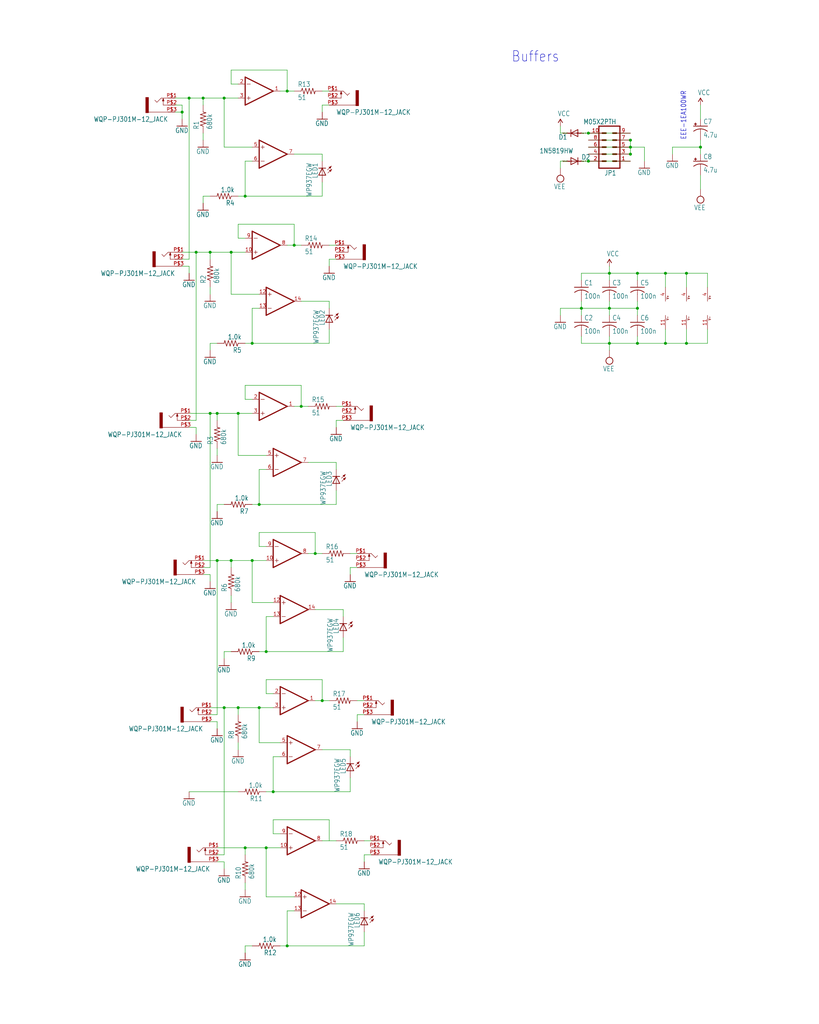
<source format=kicad_sch>
(kicad_sch (version 20231120) (generator "eeschema") (generator_version "8.0")
  (paper "User" 297.002 371.196)
  (lib_symbols
    (symbol "Buffer_1.2-eagle-import:C-USC0603"
      (property "Reference" "C" (at 1.016 0.635 0))
      (symbol "C-USC0603_1_0"
        (pin passive line (at 0 2.54 270) (length 2.54) (name "1") (number "1"))
        (pin passive line (at 0 -5.08 90) (length 2.54) (name "2") (number "2"))
      )
    )
    (symbol "Buffer_1.2-eagle-import:CPOL-USA"
      (property "Reference" "C" (at 1.016 0.635 0))
      (symbol "CPOL-USA_1_0"
        (pin passive line (at 0 2.54 270) (length 2.54) (name "+") (number "+"))
        (pin passive line (at 0 -5.08 90) (length 2.54) (name "-") (number "-"))
      )
    )
    (symbol "Buffer_1.2-eagle-import:DIODE-SOD123"
      (property "Reference" "D" (at 2.54 0.4826 0))
      (symbol "DIODE-SOD123_1_0"
        (text "SpiceOrder 1" (at -2.54 0 0) (effects (font (size 0.4064 0.3454))))
        (text "SpiceOrder 2" (at 2.54 0 0) (effects (font (size 0.4064 0.3454))))
        (pin passive line (at -2.54 0 0) (length 2.54) (name "A") (number "A"))
        (pin passive line (at 2.54 0 180) (length 2.54) (name "C") (number "C"))
      )
    )
    (symbol "Buffer_1.2-eagle-import:GND" (power)
      (symbol "GND_1_0"
        (pin power_in line (at 0 2.54 270) (length 2.54) (name "GND") (number "1"))
      )
    )
    (symbol "Buffer_1.2-eagle-import:LED3MM"
      (property "Reference" "LED" (at 3.556 -4.572 90))
      (symbol "LED3MM_1_0"
        (pin passive line (at 0 2.54 270) (length 2.54) (name "A") (number "A"))
        (pin passive line (at 0 -5.08 90) (length 2.54) (name "C") (number "K"))
      )
    )
    (symbol "Buffer_1.2-eagle-import:M05X2PTH"
      (property "Reference" "JP" (at -2.54 8.382 0))
      (symbol "M05X2PTH_1_0"
        (pin passive line (at -7.62 5.08 0) (length 5.08) (name "1") (number "1"))
        (pin passive line (at 7.62 -5.08 180) (length 5.08) (name "10") (number "10"))
        (pin passive line (at 7.62 5.08 180) (length 5.08) (name "2") (number "2"))
        (pin passive line (at -7.62 2.54 0) (length 5.08) (name "3") (number "3"))
        (pin passive line (at 7.62 2.54 180) (length 5.08) (name "4") (number "4"))
        (pin passive line (at -7.62 0 0) (length 5.08) (name "5") (number "5"))
        (pin passive line (at 7.62 0 180) (length 5.08) (name "6") (number "6"))
        (pin passive line (at -7.62 -2.54 0) (length 5.08) (name "7") (number "7"))
        (pin passive line (at 7.62 -2.54 180) (length 5.08) (name "8") (number "8"))
        (pin passive line (at -7.62 -5.08 0) (length 5.08) (name "9") (number "9"))
      )
    )
    (symbol "Buffer_1.2-eagle-import:R-US_R0603"
      (property "Reference" "R" (at -3.81 1.4986 0))
      (symbol "R-US_R0603_1_0"
        (pin passive line (at -5.08 0 0) (length 2.54) (name "1") (number "1"))
        (pin passive line (at 5.08 0 180) (length 2.54) (name "2") (number "2"))
      )
    )
    (symbol "Buffer_1.2-eagle-import:TL074PW"
      (symbol "TL074PW_1_0"
        (pin output line (at 7.62 0 180) (length 2.54) (name "OUT") (number "1"))
        (pin input line (at -7.62 -2.54 0) (length 2.54) (name "-IN") (number "2"))
        (pin input line (at -7.62 2.54 0) (length 2.54) (name "+IN") (number "3"))
      )
      (symbol "TL074PW_2_0"
        (pin input line (at -7.62 2.54 0) (length 2.54) (name "+IN") (number "5"))
        (pin input line (at -7.62 -2.54 0) (length 2.54) (name "-IN") (number "6"))
        (pin output line (at 7.62 0 180) (length 2.54) (name "OUT") (number "7"))
      )
      (symbol "TL074PW_3_0"
        (pin input line (at -7.62 2.54 0) (length 2.54) (name "+IN") (number "10"))
        (pin output line (at 7.62 0 180) (length 2.54) (name "OUT") (number "8"))
        (pin input line (at -7.62 -2.54 0) (length 2.54) (name "-IN") (number "9"))
      )
      (symbol "TL074PW_4_0"
        (pin input line (at -7.62 2.54 0) (length 2.54) (name "+IN") (number "12"))
        (pin input line (at -7.62 -2.54 0) (length 2.54) (name "-IN") (number "13"))
        (pin output line (at 7.62 0 180) (length 2.54) (name "OUT") (number "14"))
      )
      (symbol "TL074PW_5_0"
        (text "V+" (at 1.27 3.175 900) (effects (font (size 0.8128 0.6908)) (justify left bottom)))
        (text "V-" (at 1.27 -4.445 900) (effects (font (size 0.8128 0.6908)) (justify left bottom)))
        (pin power_in line (at 0 -7.62 90) (length 5.08) (name "V-") (number "11"))
        (pin power_in line (at 0 7.62 270) (length 5.08) (name "V+") (number "4"))
      )
    )
    (symbol "Buffer_1.2-eagle-import:VCC" (power)
      (symbol "VCC_1_0"
        (pin power_in line (at 0 0 90) (length 2.54) (name "VCC") (number "1"))
      )
    )
    (symbol "Buffer_1.2-eagle-import:VEE" (power)
      (symbol "VEE_1_0"
        (pin power_in line (at 0 -2.54 90) (length 2.54) (name "VEE") (number "1"))
      )
    )
    (symbol "Buffer_1.2-eagle-import:WQP-PJ301M-12_JACK"
      (symbol "WQP-PJ301M-12_JACK_1_0"
        (pin passive line (at -5.08 2.54 0) (length 2.54) (name "2") (number "P$1"))
        (pin passive line (at -5.08 0 0) (length 2.54) (name "3") (number "P$2"))
        (pin passive line (at -5.08 -2.54 0) (length 2.54) (name "1") (number "P$3"))
      )
    )
    (symbol "Buffer_1.2-eagle-import:resistor_R-US_R0603"
      (property "Reference" "R" (at -3.81 1.4986 0))
      (symbol "resistor_R-US_R0603_1_0"
        (pin passive line (at -5.08 0 0) (length 2.54) (name "1") (number "1"))
        (pin passive line (at 5.08 0 180) (length 2.54) (name "2") (number "2"))
      )
    )
  )
  (junction (at 93.98 256.54))
  (junction (at 73.66 35.56))
  (junction (at 228.6 50.8))
  (junction (at 228.6 55.88))
  (junction (at 91.44 203.2))
  (junction (at 213.36 58.42))
  (junction (at 220.98 111.76))
  (junction (at 254 53.34))
  (junction (at 66.04 40.64))
  (junction (at 104.14 33.02))
  (junction (at 106.68 88.9))
  (junction (at 231.14 124.46))
  (junction (at 116.84 254))
  (junction (at 83.82 203.2))
  (junction (at 93.98 182.88))
  (junction (at 220.98 124.46))
  (junction (at 104.14 342.9))
  (junction (at 114.3 200.66))
  (junction (at 213.36 48.26))
  (junction (at 88.9 307.34))
  (junction (at 231.14 111.76))
  (junction (at 231.14 99.06))
  (junction (at 109.22 147.32))
  (junction (at 241.3 124.46))
  (junction (at 96.52 307.34))
  (junction (at 83.82 91.44))
  (junction (at 210.82 111.76))
  (junction (at 220.98 99.06))
  (junction (at 76.2 149.86))
  (junction (at 78.74 149.86))
  (junction (at 76.2 91.44))
  (junction (at 228.6 53.34))
  (junction (at 86.36 256.54))
  (junction (at 81.28 35.56))
  (junction (at 248.92 99.06))
  (junction (at 71.12 91.44))
  (junction (at 68.58 35.56))
  (junction (at 88.9 71.12))
  (junction (at 248.92 124.46))
  (junction (at 81.28 256.54))
  (junction (at 96.52 236.22))
  (junction (at 86.36 149.86))
  (junction (at 241.3 99.06))
  (junction (at 99.06 287.02))
  (junction (at 91.44 124.46))
  (junction (at 78.74 203.2))
  (wire (pts (xy 76.2 261.62) (xy 78.74 261.62)) (stroke (width 0.1524)))
  (wire (pts (xy 81.28 182.88) (xy 78.74 182.88)) (stroke (width 0.1524)))
  (wire (pts (xy 93.98 193.04) (xy 114.3 193.04)) (stroke (width 0.1524)))
  (wire (pts (xy 119.38 38.1) (xy 116.84 38.1)) (stroke (width 0.1524)))
  (wire (pts (xy 248.92 99.06) (xy 256.54 99.06)) (stroke (width 0.1524)))
  (wire (pts (xy 76.2 71.12) (xy 73.66 71.12)) (stroke (width 0.1524)))
  (wire (pts (xy 101.6 274.32) (xy 99.06 274.32)) (stroke (width 0.1524)))
  (wire (pts (xy 96.52 246.38) (xy 116.84 246.38)) (stroke (width 0.1524)))
  (wire (pts (xy 127 281.94) (xy 127 287.02)) (stroke (width 0.1524)))
  (wire (pts (xy 228.6 55.88) (xy 213.36 55.88)) (stroke (width 0.1524)))
  (wire (pts (xy 111.76 167.64) (xy 121.92 167.64)) (stroke (width 0.1524)))
  (wire (pts (xy 256.54 124.46) (xy 256.54 119.38)) (stroke (width 0.1524)))
  (wire (pts (xy 124.46 220.98) (xy 124.46 223.52)) (stroke (width 0.1524)))
  (wire (pts (xy 119.38 297.18) (xy 119.38 304.8)) (stroke (width 0.1524)))
  (wire (pts (xy 124.46 152.4) (xy 121.92 152.4)) (stroke (width 0.1524)))
  (wire (pts (xy 231.14 124.46) (xy 241.3 124.46)) (stroke (width 0.1524)))
  (wire (pts (xy 228.6 50.8) (xy 213.36 50.8)) (stroke (width 0.1524)))
  (wire (pts (xy 76.2 208.28) (xy 76.2 210.82)) (stroke (width 0.1524)))
  (wire (pts (xy 91.44 203.2) (xy 91.44 218.44)) (stroke (width 0.1524)))
  (wire (pts (xy 104.14 342.9) (xy 101.6 342.9)) (stroke (width 0.1524)))
  (wire (pts (xy 78.74 162.56) (xy 78.74 165.1)) (stroke (width 0.1524)))
  (wire (pts (xy 93.98 170.18) (xy 93.98 182.88)) (stroke (width 0.1524)))
  (wire (pts (xy 99.06 223.52) (xy 96.52 223.52)) (stroke (width 0.1524)))
  (wire (pts (xy 104.14 330.2) (xy 104.14 342.9)) (stroke (width 0.1524)))
  (wire (pts (xy 127 287.02) (xy 99.06 287.02)) (stroke (width 0.1524)))
  (wire (pts (xy 121.92 177.8) (xy 121.92 182.88)) (stroke (width 0.1524)))
  (wire (pts (xy 83.82 203.2) (xy 91.44 203.2)) (stroke (width 0.1524)))
  (wire (pts (xy 119.38 93.98) (xy 119.38 96.52)) (stroke (width 0.1524)))
  (wire (pts (xy 76.2 205.74) (xy 76.2 149.86)) (stroke (width 0.1524)))
  (wire (pts (xy 104.14 33.02) (xy 106.68 33.02)) (stroke (width 0.1524)))
  (wire (pts (xy 78.74 124.46) (xy 76.2 124.46)) (stroke (width 0.1524)))
  (wire (pts (xy 78.74 149.86) (xy 86.36 149.86)) (stroke (width 0.1524)))
  (wire (pts (xy 241.3 99.06) (xy 241.3 104.14)) (stroke (width 0.1524)))
  (wire (pts (xy 121.92 182.88) (xy 93.98 182.88)) (stroke (width 0.1524)))
  (wire (pts (xy 127 200.66) (xy 129.54 200.66)) (stroke (width 0.1524)))
  (wire (pts (xy 83.82 106.68) (xy 93.98 106.68)) (stroke (width 0.1524)))
  (wire (pts (xy 73.66 35.56) (xy 81.28 35.56)) (stroke (width 0.1524)))
  (wire (pts (xy 241.3 124.46) (xy 241.3 119.38)) (stroke (width 0.1524)))
  (wire (pts (xy 73.66 203.2) (xy 78.74 203.2)) (stroke (width 0.1524)))
  (wire (pts (xy 88.9 144.78) (xy 88.9 139.7)) (stroke (width 0.1524)))
  (wire (pts (xy 119.38 88.9) (xy 121.92 88.9)) (stroke (width 0.1524)))
  (wire (pts (xy 91.44 203.2) (xy 96.52 203.2)) (stroke (width 0.1524)))
  (wire (pts (xy 76.2 259.08) (xy 78.74 259.08)) (stroke (width 0.1524)))
  (wire (pts (xy 66.04 38.1) (xy 66.04 40.64)) (stroke (width 0.1524)))
  (wire (pts (xy 121.92 147.32) (xy 124.46 147.32)) (stroke (width 0.1524)))
  (wire (pts (xy 91.44 144.78) (xy 88.9 144.78)) (stroke (width 0.1524)))
  (wire (pts (xy 83.82 91.44) (xy 88.9 91.44)) (stroke (width 0.1524)))
  (wire (pts (xy 91.44 342.9) (xy 88.9 342.9)) (stroke (width 0.1524)))
  (wire (pts (xy 210.82 121.92) (xy 210.82 124.46)) (stroke (width 0.1524)))
  (wire (pts (xy 114.3 200.66) (xy 116.84 200.66)) (stroke (width 0.1524)))
  (wire (pts (xy 210.82 111.76) (xy 203.2 111.76)) (stroke (width 0.1524)))
  (wire (pts (xy 86.36 81.28) (xy 106.68 81.28)) (stroke (width 0.1524)))
  (wire (pts (xy 116.84 55.88) (xy 116.84 58.42)) (stroke (width 0.1524)))
  (wire (pts (xy 78.74 152.4) (xy 78.74 149.86)) (stroke (width 0.1524)))
  (wire (pts (xy 81.28 309.88) (xy 81.28 256.54)) (stroke (width 0.1524)))
  (wire (pts (xy 228.6 55.88) (xy 228.6 53.34)) (stroke (width 0.1524)))
  (wire (pts (xy 86.36 259.08) (xy 86.36 256.54)) (stroke (width 0.1524)))
  (wire (pts (xy 254 53.34) (xy 243.84 53.34)) (stroke (width 0.1524)))
  (wire (pts (xy 231.14 99.06) (xy 231.14 101.6)) (stroke (width 0.1524)))
  (wire (pts (xy 109.22 147.32) (xy 111.76 147.32)) (stroke (width 0.1524)))
  (wire (pts (xy 96.52 325.12) (xy 106.68 325.12)) (stroke (width 0.1524)))
  (wire (pts (xy 86.36 149.86) (xy 86.36 165.1)) (stroke (width 0.1524)))
  (wire (pts (xy 91.44 58.42) (xy 88.9 58.42)) (stroke (width 0.1524)))
  (wire (pts (xy 88.9 139.7) (xy 109.22 139.7)) (stroke (width 0.1524)))
  (wire (pts (xy 66.04 40.64) (xy 66.04 43.18)) (stroke (width 0.1524)))
  (wire (pts (xy 233.68 53.34) (xy 233.68 58.42)) (stroke (width 0.1524)))
  (wire (pts (xy 121.92 152.4) (xy 121.92 154.94)) (stroke (width 0.1524)))
  (wire (pts (xy 91.44 218.44) (xy 99.06 218.44)) (stroke (width 0.1524)))
  (wire (pts (xy 124.46 236.22) (xy 96.52 236.22)) (stroke (width 0.1524)))
  (wire (pts (xy 228.6 53.34) (xy 233.68 53.34)) (stroke (width 0.1524)))
  (wire (pts (xy 114.3 193.04) (xy 114.3 200.66)) (stroke (width 0.1524)))
  (wire (pts (xy 71.12 91.44) (xy 71.12 152.4)) (stroke (width 0.1524)))
  (wire (pts (xy 248.92 124.46) (xy 248.92 119.38)) (stroke (width 0.1524)))
  (wire (pts (xy 210.82 99.06) (xy 220.98 99.06)) (stroke (width 0.1524)))
  (wire (pts (xy 220.98 111.76) (xy 231.14 111.76)) (stroke (width 0.1524)))
  (wire (pts (xy 116.84 254) (xy 114.3 254)) (stroke (width 0.1524)))
  (wire (pts (xy 86.36 269.24) (xy 86.36 271.78)) (stroke (width 0.1524)))
  (wire (pts (xy 106.68 88.9) (xy 104.14 88.9)) (stroke (width 0.1524)))
  (wire (pts (xy 99.06 297.18) (xy 119.38 297.18)) (stroke (width 0.1524)))
  (wire (pts (xy 210.82 101.6) (xy 210.82 99.06)) (stroke (width 0.1524)))
  (wire (pts (xy 96.52 251.46) (xy 96.52 246.38)) (stroke (width 0.1524)))
  (wire (pts (xy 119.38 124.46) (xy 91.44 124.46)) (stroke (width 0.1524)))
  (wire (pts (xy 68.58 96.52) (xy 68.58 99.06)) (stroke (width 0.1524)))
  (wire (pts (xy 83.82 25.4) (xy 104.14 25.4)) (stroke (width 0.1524)))
  (wire (pts (xy 93.98 182.88) (xy 91.44 182.88)) (stroke (width 0.1524)))
  (wire (pts (xy 88.9 320.04) (xy 88.9 322.58)) (stroke (width 0.1524)))
  (wire (pts (xy 243.84 53.34) (xy 243.84 55.88)) (stroke (width 0.1524)))
  (wire (pts (xy 78.74 261.62) (xy 78.74 264.16)) (stroke (width 0.1524)))
  (wire (pts (xy 109.22 139.7) (xy 109.22 147.32)) (stroke (width 0.1524)))
  (wire (pts (xy 78.74 312.42) (xy 81.28 312.42)) (stroke (width 0.1524)))
  (wire (pts (xy 254 50.8) (xy 254 53.34)) (stroke (width 0.1524)))
  (wire (pts (xy 78.74 307.34) (xy 88.9 307.34)) (stroke (width 0.1524)))
  (wire (pts (xy 205.74 48.26) (xy 203.2 48.26)) (stroke (width 0.1524)))
  (wire (pts (xy 93.98 256.54) (xy 93.98 269.24)) (stroke (width 0.1524)))
  (wire (pts (xy 93.98 111.76) (xy 91.44 111.76)) (stroke (width 0.1524)))
  (wire (pts (xy 86.36 149.86) (xy 91.44 149.86)) (stroke (width 0.1524)))
  (wire (pts (xy 210.82 111.76) (xy 220.98 111.76)) (stroke (width 0.1524)))
  (wire (pts (xy 66.04 91.44) (xy 71.12 91.44)) (stroke (width 0.1524)))
  (wire (pts (xy 83.82 215.9) (xy 83.82 218.44)) (stroke (width 0.1524)))
  (wire (pts (xy 210.82 48.26) (xy 213.36 48.26)) (stroke (width 0.1524)))
  (wire (pts (xy 99.06 251.46) (xy 96.52 251.46)) (stroke (width 0.1524)))
  (wire (pts (xy 119.38 119.38) (xy 119.38 124.46)) (stroke (width 0.1524)))
  (wire (pts (xy 81.28 53.34) (xy 91.44 53.34)) (stroke (width 0.1524)))
  (wire (pts (xy 132.08 337.82) (xy 132.08 342.9)) (stroke (width 0.1524)))
  (wire (pts (xy 241.3 124.46) (xy 248.92 124.46)) (stroke (width 0.1524)))
  (wire (pts (xy 106.68 88.9) (xy 109.22 88.9)) (stroke (width 0.1524)))
  (wire (pts (xy 116.84 71.12) (xy 88.9 71.12)) (stroke (width 0.1524)))
  (wire (pts (xy 119.38 109.22) (xy 119.38 111.76)) (stroke (width 0.1524)))
  (wire (pts (xy 76.2 149.86) (xy 78.74 149.86)) (stroke (width 0.1524)))
  (wire (pts (xy 86.36 165.1) (xy 96.52 165.1)) (stroke (width 0.1524)))
  (wire (pts (xy 220.98 99.06) (xy 231.14 99.06)) (stroke (width 0.1524)))
  (wire (pts (xy 63.5 40.64) (xy 66.04 40.64)) (stroke (width 0.1524)))
  (wire (pts (xy 93.98 198.12) (xy 93.98 193.04)) (stroke (width 0.1524)))
  (wire (pts (xy 254 53.34) (xy 254 55.88)) (stroke (width 0.1524)))
  (wire (pts (xy 129.54 254) (xy 132.08 254)) (stroke (width 0.1524)))
  (wire (pts (xy 132.08 259.08) (xy 129.54 259.08)) (stroke (width 0.1524)))
  (wire (pts (xy 91.44 124.46) (xy 88.9 124.46)) (stroke (width 0.1524)))
  (wire (pts (xy 248.92 99.06) (xy 248.92 104.14)) (stroke (width 0.1524)))
  (wire (pts (xy 81.28 35.56) (xy 86.36 35.56)) (stroke (width 0.1524)))
  (wire (pts (xy 86.36 256.54) (xy 93.98 256.54)) (stroke (width 0.1524)))
  (wire (pts (xy 68.58 35.56) (xy 68.58 93.98)) (stroke (width 0.1524)))
  (wire (pts (xy 99.06 274.32) (xy 99.06 287.02)) (stroke (width 0.1524)))
  (wire (pts (xy 106.68 81.28) (xy 106.68 88.9)) (stroke (width 0.1524)))
  (wire (pts (xy 93.98 256.54) (xy 99.06 256.54)) (stroke (width 0.1524)))
  (wire (pts (xy 71.12 91.44) (xy 76.2 91.44)) (stroke (width 0.1524)))
  (wire (pts (xy 83.82 91.44) (xy 83.82 106.68)) (stroke (width 0.1524)))
  (wire (pts (xy 71.12 154.94) (xy 71.12 157.48)) (stroke (width 0.1524)))
  (wire (pts (xy 241.3 99.06) (xy 248.92 99.06)) (stroke (width 0.1524)))
  (wire (pts (xy 81.28 35.56) (xy 81.28 53.34)) (stroke (width 0.1524)))
  (wire (pts (xy 220.98 109.22) (xy 220.98 111.76)) (stroke (width 0.1524)))
  (wire (pts (xy 121.92 327.66) (xy 132.08 327.66)) (stroke (width 0.1524)))
  (wire (pts (xy 127 271.78) (xy 127 274.32)) (stroke (width 0.1524)))
  (wire (pts (xy 83.82 30.48) (xy 83.82 25.4)) (stroke (width 0.1524)))
  (wire (pts (xy 83.82 236.22) (xy 81.28 236.22)) (stroke (width 0.1524)))
  (wire (pts (xy 231.14 109.22) (xy 231.14 111.76)) (stroke (width 0.1524)))
  (wire (pts (xy 228.6 48.26) (xy 213.36 48.26)) (stroke (width 0.1524)))
  (wire (pts (xy 109.22 147.32) (xy 106.68 147.32)) (stroke (width 0.1524)))
  (wire (pts (xy 220.98 111.76) (xy 220.98 114.3)) (stroke (width 0.1524)))
  (wire (pts (xy 203.2 45.72) (xy 203.2 48.26)) (stroke (width 0.1524)))
  (wire (pts (xy 116.84 33.02) (xy 119.38 33.02)) (stroke (width 0.1524)))
  (wire (pts (xy 86.36 86.36) (xy 88.9 86.36)) (stroke (width 0.1524)))
  (wire (pts (xy 210.82 111.76) (xy 210.82 114.3)) (stroke (width 0.1524)))
  (wire (pts (xy 114.3 200.66) (xy 111.76 200.66)) (stroke (width 0.1524)))
  (wire (pts (xy 68.58 154.94) (xy 71.12 154.94)) (stroke (width 0.1524)))
  (wire (pts (xy 134.62 309.88) (xy 132.08 309.88)) (stroke (width 0.1524)))
  (wire (pts (xy 71.12 152.4) (xy 68.58 152.4)) (stroke (width 0.1524)))
  (wire (pts (xy 83.82 205.74) (xy 83.82 203.2)) (stroke (width 0.1524)))
  (wire (pts (xy 81.28 312.42) (xy 81.28 314.96)) (stroke (width 0.1524)))
  (wire (pts (xy 66.04 96.52) (xy 68.58 96.52)) (stroke (width 0.1524)))
  (wire (pts (xy 116.84 304.8) (xy 121.92 304.8)) (stroke (width 0.1524)))
  (wire (pts (xy 248.92 124.46) (xy 256.54 124.46)) (stroke (width 0.1524)))
  (wire (pts (xy 96.52 170.18) (xy 93.98 170.18)) (stroke (width 0.1524)))
  (wire (pts (xy 78.74 203.2) (xy 83.82 203.2)) (stroke (width 0.1524)))
  (wire (pts (xy 116.84 271.78) (xy 127 271.78)) (stroke (width 0.1524)))
  (wire (pts (xy 76.2 256.54) (xy 81.28 256.54)) (stroke (width 0.1524)))
  (wire (pts (xy 124.46 231.14) (xy 124.46 236.22)) (stroke (width 0.1524)))
  (wire (pts (xy 68.58 149.86) (xy 76.2 149.86)) (stroke (width 0.1524)))
  (wire (pts (xy 76.2 104.14) (xy 76.2 106.68)) (stroke (width 0.1524)))
  (wire (pts (xy 254 43.18) (xy 254 38.1)) (stroke (width 0.1524)))
  (wire (pts (xy 88.9 58.42) (xy 88.9 71.12)) (stroke (width 0.1524)))
  (wire (pts (xy 93.98 198.12) (xy 96.52 198.12)) (stroke (width 0.1524)))
  (wire (pts (xy 106.68 55.88) (xy 116.84 55.88)) (stroke (width 0.1524)))
  (wire (pts (xy 129.54 259.08) (xy 129.54 261.62)) (stroke (width 0.1524)))
  (wire (pts (xy 121.92 93.98) (xy 119.38 93.98)) (stroke (width 0.1524)))
  (wire (pts (xy 116.84 254) (xy 119.38 254)) (stroke (width 0.1524)))
  (wire (pts (xy 88.9 71.12) (xy 86.36 71.12)) (stroke (width 0.1524)))
  (wire (pts (xy 220.98 121.92) (xy 220.98 124.46)) (stroke (width 0.1524)))
  (wire (pts (xy 76.2 124.46) (xy 76.2 127)) (stroke (width 0.1524)))
  (wire (pts (xy 96.52 307.34) (xy 96.52 325.12)) (stroke (width 0.1524)))
  (wire (pts (xy 256.54 99.06) (xy 256.54 104.14)) (stroke (width 0.1524)))
  (wire (pts (xy 213.36 53.34) (xy 228.6 53.34)) (stroke (width 0.1524)))
  (wire (pts (xy 73.66 205.74) (xy 76.2 205.74)) (stroke (width 0.1524)))
  (wire (pts (xy 99.06 287.02) (xy 96.52 287.02)) (stroke (width 0.1524)))
  (wire (pts (xy 99.06 302.26) (xy 101.6 302.26)) (stroke (width 0.1524)))
  (wire (pts (xy 99.06 302.26) (xy 99.06 297.18)) (stroke (width 0.1524)))
  (wire (pts (xy 132.08 327.66) (xy 132.08 330.2)) (stroke (width 0.1524)))
  (wire (pts (xy 73.66 38.1) (xy 73.66 35.56)) (stroke (width 0.1524)))
  (wire (pts (xy 96.52 223.52) (xy 96.52 236.22)) (stroke (width 0.1524)))
  (wire (pts (xy 78.74 182.88) (xy 78.74 185.42)) (stroke (width 0.1524)))
  (wire (pts (xy 73.66 208.28) (xy 76.2 208.28)) (stroke (width 0.1524)))
  (wire (pts (xy 220.98 99.06) (xy 220.98 101.6)) (stroke (width 0.1524)))
  (wire (pts (xy 203.2 111.76) (xy 203.2 114.3)) (stroke (width 0.1524)))
  (wire (pts (xy 132.08 309.88) (xy 132.08 312.42)) (stroke (width 0.1524)))
  (wire (pts (xy 76.2 93.98) (xy 76.2 91.44)) (stroke (width 0.1524)))
  (wire (pts (xy 68.58 93.98) (xy 66.04 93.98)) (stroke (width 0.1524)))
  (wire (pts (xy 78.74 309.88) (xy 81.28 309.88)) (stroke (width 0.1524)))
  (wire (pts (xy 81.28 236.22) (xy 81.28 238.76)) (stroke (width 0.1524)))
  (wire (pts (xy 231.14 111.76) (xy 231.14 114.3)) (stroke (width 0.1524)))
  (wire (pts (xy 116.84 66.04) (xy 116.84 71.12)) (stroke (width 0.1524)))
  (wire (pts (xy 91.44 111.76) (xy 91.44 124.46)) (stroke (width 0.1524)))
  (wire (pts (xy 104.14 25.4) (xy 104.14 33.02)) (stroke (width 0.1524)))
  (wire (pts (xy 73.66 71.12) (xy 73.66 73.66)) (stroke (width 0.1524)))
  (wire (pts (xy 203.2 58.42) (xy 203.2 60.96)) (stroke (width 0.1524)))
  (wire (pts (xy 106.68 330.2) (xy 104.14 330.2)) (stroke (width 0.1524)))
  (wire (pts (xy 220.98 124.46) (xy 231.14 124.46)) (stroke (width 0.1524)))
  (wire (pts (xy 76.2 91.44) (xy 83.82 91.44)) (stroke (width 0.1524)))
  (wire (pts (xy 88.9 307.34) (xy 96.52 307.34)) (stroke (width 0.1524)))
  (wire (pts (xy 129.54 205.74) (xy 127 205.74)) (stroke (width 0.1524)))
  (wire (pts (xy 228.6 58.42) (xy 213.36 58.42)) (stroke (width 0.1524)))
  (wire (pts (xy 78.74 259.08) (xy 78.74 203.2)) (stroke (width 0.1524)))
  (wire (pts (xy 104.14 33.02) (xy 101.6 33.02)) (stroke (width 0.1524)))
  (wire (pts (xy 68.58 35.56) (xy 73.66 35.56)) (stroke (width 0.1524)))
  (wire (pts (xy 88.9 309.88) (xy 88.9 307.34)) (stroke (width 0.1524)))
  (wire (pts (xy 127 205.74) (xy 127 208.28)) (stroke (width 0.1524)))
  (wire (pts (xy 231.14 99.06) (xy 241.3 99.06)) (stroke (width 0.1524)))
  (wire (pts (xy 203.2 58.42) (xy 205.74 58.42)) (stroke (width 0.1524)))
  (wire (pts (xy 86.36 30.48) (xy 83.82 30.48)) (stroke (width 0.1524)))
  (wire (pts (xy 73.66 48.26) (xy 73.66 50.8)) (stroke (width 0.1524)))
  (wire (pts (xy 132.08 342.9) (xy 104.14 342.9)) (stroke (width 0.1524)))
  (wire (pts (xy 220.98 127) (xy 220.98 124.46)) (stroke (width 0.1524)))
  (wire (pts (xy 210.82 124.46) (xy 220.98 124.46)) (stroke (width 0.1524)))
  (wire (pts (xy 96.52 307.34) (xy 101.6 307.34)) (stroke (width 0.1524)))
  (wire (pts (xy 210.82 109.22) (xy 210.82 111.76)) (stroke (width 0.1524)))
  (wire (pts (xy 114.3 220.98) (xy 124.46 220.98)) (stroke (width 0.1524)))
  (wire (pts (xy 231.14 124.46) (xy 231.14 121.92)) (stroke (width 0.1524)))
  (wire (pts (xy 86.36 86.36) (xy 86.36 81.28)) (stroke (width 0.1524)))
  (wire (pts (xy 86.36 287.02) (xy 68.58 287.02)) (stroke (width 0.1524)))
  (wire (pts (xy 96.52 236.22) (xy 93.98 236.22)) (stroke (width 0.1524)))
  (wire (pts (xy 93.98 269.24) (xy 101.6 269.24)) (stroke (width 0.1524)))
  (wire (pts (xy 210.82 58.42) (xy 213.36 58.42)) (stroke (width 0.1524)))
  (wire (pts (xy 220.98 96.52) (xy 220.98 99.06)) (stroke (width 0.1524)))
  (wire (pts (xy 121.92 167.64) (xy 121.92 170.18)) (stroke (width 0.1524)))
  (wire (pts (xy 116.84 38.1) (xy 116.84 40.64)) (stroke (width 0.1524)))
  (wire (pts (xy 63.5 35.56) (xy 68.58 35.56)) (stroke (width 0.1524)))
  (wire (pts (xy 81.28 256.54) (xy 86.36 256.54)) (stroke (width 0.1524)))
  (wire (pts (xy 228.6 53.34) (xy 228.6 50.8)) (stroke (width 0.1524)))
  (wire (pts (xy 132.08 304.8) (xy 134.62 304.8)) (stroke (width 0.1524)))
  (wire (pts (xy 109.22 109.22) (xy 119.38 109.22)) (stroke (width 0.1524)))
  (wire (pts (xy 88.9 342.9) (xy 88.9 345.44)) (stroke (width 0.1524)))
  (wire (pts (xy 63.5 38.1) (xy 66.04 38.1)) (stroke (width 0.1524)))
  (wire (pts (xy 254 63.5) (xy 254 68.58)) (stroke (width 0.1524)))
  (wire (pts (xy 116.84 246.38) (xy 116.84 254)) (stroke (width 0.1524)))
  (text "EEE-1EA100WR" (at 248.92 50.8 90) (effects (font (size 1.778 1.5113)) (justify left bottom)))
  (text "Buffers" (at 185.42 22.86 0) (effects (font (size 3.81 3.2385)) (justify left bottom)))
  (symbol (lib_id "Buffer_1.2-eagle-import:TL074PW") (at 241.3 111.76 0) (unit 5)
    (property "Reference" "IC1" (effects (hide yes)))
    (property "Value" "OPA4171" (effects (hide yes)))
    (property "Footprint" "Buffer_1.2:TSSOP14" (effects (hide yes)))
  )
  (symbol (lib_id "Buffer_1.2-eagle-import:R-US_R0603") (at 86.36 182.88 180) (unit 1)
    (property "Reference" "R7" (at 90.17 184.3786 0) (effects (font (size 1.778 1.5113)) (justify left bottom)))
    (property "Value" "1.0k" (at 90.17 179.578 0) (effects (font (size 1.778 1.5113)) (justify left bottom)))
    (property "Footprint" "Buffer_1.2:R0603" (effects (hide yes)))
  )
  (symbol (lib_id "Buffer_1.2-eagle-import:VCC") (at 203.2 45.72 0) (unit 1)
    (property "Reference" "#P+1" (effects (hide yes)))
    (property "Value" "VCC" (at 202.184 42.164 0) (effects (font (size 1.778 1.5113)) (justify left bottom)))
  )
  (symbol (lib_id "Buffer_1.2-eagle-import:CPOL-USA") (at 254 58.42 0) (unit 1)
    (property "Reference" "C8" (at 255.016 57.785 0) (effects (font (size 1.778 1.5113)) (justify left bottom)))
    (property "Value" "4.7u" (at 255.016 62.611 0) (effects (font (size 1.778 1.5113)) (justify left bottom)))
    (property "Footprint" "Buffer_1.2:PANASONIC_A" (effects (hide yes)))
  )
  (symbol (lib_id "Buffer_1.2-eagle-import:resistor_R-US_R0603") (at 116.84 147.32 0) (unit 1)
    (property "Reference" "R15" (at 113.03 145.8214 0) (effects (font (size 1.778 1.5113)) (justify left bottom)))
    (property "Value" "51" (at 113.03 150.622 0) (effects (font (size 1.778 1.5113)) (justify left bottom)))
    (property "Footprint" "Buffer_1.2:R0603" (effects (hide yes)))
  )
  (symbol (lib_id "Buffer_1.2-eagle-import:C-USC0603") (at 231.14 104.14 0) (unit 1)
    (property "Reference" "C5" (at 232.156 103.505 0) (effects (font (size 1.778 1.5113)) (justify left bottom)))
    (property "Value" "100n" (at 232.156 108.331 0) (effects (font (size 1.778 1.5113)) (justify left bottom)))
    (property "Footprint" "Buffer_1.2:C0603" (effects (hide yes)))
  )
  (symbol (lib_id "Buffer_1.2-eagle-import:WQP-PJ301M-12_JACK") (at 139.7 307.34 0) (unit 1)
    (property "Reference" "J12" (effects (hide yes)))
    (property "Value" "WQP-PJ301M-12_JACK" (at 137.16 313.436 0) (effects (font (size 1.778 1.5113)) (justify left bottom)))
    (property "Footprint" "Buffer_1.2:WQP-PJ301M-12_JACK" (effects (hide yes)))
  )
  (symbol (lib_id "Buffer_1.2-eagle-import:resistor_R-US_R0603") (at 76.2 99.06 90) (unit 1)
    (property "Reference" "R2" (at 74.7014 102.87 0) (effects (font (size 1.778 1.5113)) (justify left bottom)))
    (property "Value" "680k" (at 79.502 102.87 0) (effects (font (size 1.778 1.5113)) (justify left bottom)))
    (property "Footprint" "Buffer_1.2:R0603" (effects (hide yes)))
  )
  (symbol (lib_id "Buffer_1.2-eagle-import:TL074PW") (at 104.14 167.64 0) (unit 2)
    (property "Reference" "IC2" (effects (hide yes)))
    (property "Value" "OPA4171" (effects (hide yes)))
    (property "Footprint" "Buffer_1.2:TSSOP14" (effects (hide yes)))
  )
  (symbol (lib_id "Buffer_1.2-eagle-import:resistor_R-US_R0603") (at 111.76 33.02 0) (unit 1)
    (property "Reference" "R13" (at 107.95 31.5214 0) (effects (font (size 1.778 1.5113)) (justify left bottom)))
    (property "Value" "51" (at 107.95 36.322 0) (effects (font (size 1.778 1.5113)) (justify left bottom)))
    (property "Footprint" "Buffer_1.2:R0603" (effects (hide yes)))
  )
  (symbol (lib_id "Buffer_1.2-eagle-import:TL074PW") (at 96.52 88.9 0) (mirror x) (unit 3)
    (property "Reference" "IC1" (effects (hide yes)))
    (property "Value" "OPA4171" (effects (hide yes)))
    (property "Footprint" "Buffer_1.2:TSSOP14" (effects (hide yes)))
  )
  (symbol (lib_id "Buffer_1.2-eagle-import:GND") (at 86.36 274.32 0) (unit 1)
    (property "Reference" "#GND16" (effects (hide yes)))
    (property "Value" "GND" (at 83.82 276.86 0) (effects (font (size 1.778 1.5113)) (justify left bottom)))
  )
  (symbol (lib_id "Buffer_1.2-eagle-import:resistor_R-US_R0603") (at 83.82 210.82 90) (unit 1)
    (property "Reference" "R6" (at 82.3214 214.63 0) (effects (font (size 1.778 1.5113)) (justify left bottom)))
    (property "Value" "680k" (at 87.122 214.63 0) (effects (font (size 1.778 1.5113)) (justify left bottom)))
    (property "Footprint" "Buffer_1.2:R0603" (effects (hide yes)))
  )
  (symbol (lib_id "Buffer_1.2-eagle-import:VEE") (at 220.98 129.54 180) (unit 1)
    (property "Reference" "#SUPPLY2" (effects (hide yes)))
    (property "Value" "VEE" (at 222.885 132.715 0) (effects (font (size 1.778 1.5113)) (justify left bottom)))
  )
  (symbol (lib_id "Buffer_1.2-eagle-import:GND") (at 68.58 289.56 0) (unit 1)
    (property "Reference" "#GND3" (effects (hide yes)))
    (property "Value" "GND" (at 66.04 292.1 0) (effects (font (size 1.778 1.5113)) (justify left bottom)))
  )
  (symbol (lib_id "Buffer_1.2-eagle-import:GND") (at 243.84 58.42 0) (unit 1)
    (property "Reference" "#GND27" (effects (hide yes)))
    (property "Value" "GND" (at 241.3 60.96 0) (effects (font (size 1.778 1.5113)) (justify left bottom)))
  )
  (symbol (lib_id "Buffer_1.2-eagle-import:DIODE-SOD123") (at 208.28 58.42 0) (unit 1)
    (property "Reference" "D2" (at 210.82 57.9374 0) (effects (font (size 1.778 1.5113)) (justify left bottom)))
    (property "Value" "1N5819HW" (at 195.58 55.6514 0) (effects (font (size 1.778 1.5113)) (justify left bottom)))
    (property "Footprint" "Buffer_1.2:SOD123" (effects (hide yes)))
  )
  (symbol (lib_id "Buffer_1.2-eagle-import:TL074PW") (at 109.22 304.8 0) (mirror x) (unit 3)
    (property "Reference" "IC3" (effects (hide yes)))
    (property "Value" "OPA4171" (effects (hide yes)))
    (property "Footprint" "Buffer_1.2:TSSOP14" (effects (hide yes)))
  )
  (symbol (lib_id "Buffer_1.2-eagle-import:GND") (at 78.74 266.7 0) (unit 1)
    (property "Reference" "#GND12" (effects (hide yes)))
    (property "Value" "GND" (at 76.2 269.24 0) (effects (font (size 1.778 1.5113)) (justify left bottom)))
  )
  (symbol (lib_id "Buffer_1.2-eagle-import:WQP-PJ301M-12_JACK") (at 124.46 35.56 0) (unit 1)
    (property "Reference" "J7" (effects (hide yes)))
    (property "Value" "WQP-PJ301M-12_JACK" (at 121.92 41.656 0) (effects (font (size 1.778 1.5113)) (justify left bottom)))
    (property "Footprint" "Buffer_1.2:WQP-PJ301M-12_JACK" (effects (hide yes)))
  )
  (symbol (lib_id "Buffer_1.2-eagle-import:WQP-PJ301M-12_JACK") (at 68.58 205.74 0) (mirror y) (unit 1)
    (property "Reference" "J4" (effects (hide yes)))
    (property "Value" "WQP-PJ301M-12_JACK" (at 71.12 211.836 0) (effects (font (size 1.778 1.5113)) (justify left bottom)))
    (property "Footprint" "Buffer_1.2:WQP-PJ301M-12_JACK" (effects (hide yes)))
  )
  (symbol (lib_id "Buffer_1.2-eagle-import:TL074PW") (at 256.54 111.76 0) (unit 5)
    (property "Reference" "IC3" (effects (hide yes)))
    (property "Value" "OPA4171" (effects (hide yes)))
    (property "Footprint" "Buffer_1.2:TSSOP14" (effects (hide yes)))
  )
  (symbol (lib_id "Buffer_1.2-eagle-import:M05X2PTH") (at 220.98 53.34 180) (unit 1)
    (property "Reference" "JP1" (at 223.52 61.722 0) (effects (font (size 1.778 1.5113)) (justify left bottom)))
    (property "Value" "M05X2PTH" (at 223.52 43.18 0) (effects (font (size 1.778 1.5113)) (justify left bottom)))
    (property "Footprint" "Buffer_1.2:AVR_ICSP" (effects (hide yes)))
  )
  (symbol (lib_id "Buffer_1.2-eagle-import:GND") (at 71.12 160.02 0) (unit 1)
    (property "Reference" "#GND4" (effects (hide yes)))
    (property "Value" "GND" (at 68.58 162.56 0) (effects (font (size 1.778 1.5113)) (justify left bottom)))
  )
  (symbol (lib_id "Buffer_1.2-eagle-import:GND") (at 83.82 220.98 0) (unit 1)
    (property "Reference" "#GND15" (effects (hide yes)))
    (property "Value" "GND" (at 81.28 223.52 0) (effects (font (size 1.778 1.5113)) (justify left bottom)))
  )
  (symbol (lib_id "Buffer_1.2-eagle-import:R-US_R0603") (at 88.9 236.22 180) (unit 1)
    (property "Reference" "R9" (at 92.71 237.7186 0) (effects (font (size 1.778 1.5113)) (justify left bottom)))
    (property "Value" "1.0k" (at 92.71 232.918 0) (effects (font (size 1.778 1.5113)) (justify left bottom)))
    (property "Footprint" "Buffer_1.2:R0603" (effects (hide yes)))
  )
  (symbol (lib_id "Buffer_1.2-eagle-import:WQP-PJ301M-12_JACK") (at 71.12 259.08 0) (mirror y) (unit 1)
    (property "Reference" "J5" (effects (hide yes)))
    (property "Value" "WQP-PJ301M-12_JACK" (at 73.66 265.176 0) (effects (font (size 1.778 1.5113)) (justify left bottom)))
    (property "Footprint" "Buffer_1.2:WQP-PJ301M-12_JACK" (effects (hide yes)))
  )
  (symbol (lib_id "Buffer_1.2-eagle-import:GND") (at 76.2 213.36 0) (unit 1)
    (property "Reference" "#GND9" (effects (hide yes)))
    (property "Value" "GND" (at 73.66 215.9 0) (effects (font (size 1.778 1.5113)) (justify left bottom)))
  )
  (symbol (lib_id "Buffer_1.2-eagle-import:GND") (at 233.68 60.96 0) (unit 1)
    (property "Reference" "#GND26" (effects (hide yes)))
    (property "Value" "GND" (at 231.14 63.5 0) (effects (font (size 1.778 1.5113)) (justify left bottom)))
  )
  (symbol (lib_id "Buffer_1.2-eagle-import:C-USC0603") (at 210.82 104.14 0) (unit 1)
    (property "Reference" "C1" (at 211.836 103.505 0) (effects (font (size 1.778 1.5113)) (justify left bottom)))
    (property "Value" "100n" (at 211.836 108.331 0) (effects (font (size 1.778 1.5113)) (justify left bottom)))
    (property "Footprint" "Buffer_1.2:C0603" (effects (hide yes)))
  )
  (symbol (lib_id "Buffer_1.2-eagle-import:R-US_R0603") (at 91.44 287.02 180) (unit 1)
    (property "Reference" "R11" (at 95.25 288.5186 0) (effects (font (size 1.778 1.5113)) (justify left bottom)))
    (property "Value" "1.0k" (at 95.25 283.718 0) (effects (font (size 1.778 1.5113)) (justify left bottom)))
    (property "Footprint" "Buffer_1.2:R0603" (effects (hide yes)))
  )
  (symbol (lib_id "Buffer_1.2-eagle-import:TL074PW") (at 114.3 327.66 0) (unit 4)
    (property "Reference" "IC3" (effects (hide yes)))
    (property "Value" "OPA4171" (effects (hide yes)))
    (property "Footprint" "Buffer_1.2:TSSOP14" (effects (hide yes)))
  )
  (symbol (lib_id "Buffer_1.2-eagle-import:GND") (at 68.58 101.6 0) (unit 1)
    (property "Reference" "#GND2" (effects (hide yes)))
    (property "Value" "GND" (at 66.04 104.14 0) (effects (font (size 1.778 1.5113)) (justify left bottom)))
  )
  (symbol (lib_id "Buffer_1.2-eagle-import:GND") (at 78.74 187.96 0) (unit 1)
    (property "Reference" "#GND11" (effects (hide yes)))
    (property "Value" "GND" (at 76.2 190.5 0) (effects (font (size 1.778 1.5113)) (justify left bottom)))
  )
  (symbol (lib_id "Buffer_1.2-eagle-import:LED3MM") (at 132.08 335.28 180) (unit 1)
    (property "Reference" "LED6" (at 128.524 330.708 90) (effects (font (size 1.778 1.5113)) (justify left bottom)))
    (property "Value" "WP937EGW" (at 126.365 330.708 90) (effects (font (size 1.778 1.5113)) (justify left bottom)))
    (property "Footprint" "Buffer_1.2:LED3MM" (effects (hide yes)))
  )
  (symbol (lib_id "Buffer_1.2-eagle-import:DIODE-SOD123") (at 208.28 48.26 180) (unit 1)
    (property "Reference" "D1" (at 205.74 48.7426 0) (effects (font (size 1.778 1.5113)) (justify left bottom)))
    (property "Value" "1N5819HW" (effects (hide yes)))
    (property "Footprint" "Buffer_1.2:SOD123" (effects (hide yes)))
  )
  (symbol (lib_id "Buffer_1.2-eagle-import:WQP-PJ301M-12_JACK") (at 134.62 203.2 0) (unit 1)
    (property "Reference" "J10" (effects (hide yes)))
    (property "Value" "WQP-PJ301M-12_JACK" (at 132.08 209.296 0) (effects (font (size 1.778 1.5113)) (justify left bottom)))
    (property "Footprint" "Buffer_1.2:WQP-PJ301M-12_JACK" (effects (hide yes)))
  )
  (symbol (lib_id "Buffer_1.2-eagle-import:GND") (at 73.66 53.34 0) (unit 1)
    (property "Reference" "#GND5" (effects (hide yes)))
    (property "Value" "GND" (at 71.12 55.88 0) (effects (font (size 1.778 1.5113)) (justify left bottom)))
  )
  (symbol (lib_id "Buffer_1.2-eagle-import:TL074PW") (at 101.6 109.22 0) (unit 4)
    (property "Reference" "IC1" (effects (hide yes)))
    (property "Value" "OPA4171" (effects (hide yes)))
    (property "Footprint" "Buffer_1.2:TSSOP14" (effects (hide yes)))
  )
  (symbol (lib_id "Buffer_1.2-eagle-import:TL074PW") (at 106.68 254 0) (mirror x) (unit 1)
    (property "Reference" "IC3" (effects (hide yes)))
    (property "Value" "OPA4171" (effects (hide yes)))
    (property "Footprint" "Buffer_1.2:TSSOP14" (effects (hide yes)))
  )
  (symbol (lib_id "Buffer_1.2-eagle-import:TL074PW") (at 99.06 55.88 0) (unit 2)
    (property "Reference" "IC1" (effects (hide yes)))
    (property "Value" "OPA4171" (effects (hide yes)))
    (property "Footprint" "Buffer_1.2:TSSOP14" (effects (hide yes)))
  )
  (symbol (lib_id "Buffer_1.2-eagle-import:R-US_R0603") (at 81.28 71.12 180) (unit 1)
    (property "Reference" "R4" (at 85.09 72.6186 0) (effects (font (size 1.778 1.5113)) (justify left bottom)))
    (property "Value" "1.0k" (at 85.09 67.818 0) (effects (font (size 1.778 1.5113)) (justify left bottom)))
    (property "Footprint" "Buffer_1.2:R0603" (effects (hide yes)))
  )
  (symbol (lib_id "Buffer_1.2-eagle-import:GND") (at 66.04 45.72 0) (unit 1)
    (property "Reference" "#GND1" (effects (hide yes)))
    (property "Value" "GND" (at 63.5 48.26 0) (effects (font (size 1.778 1.5113)) (justify left bottom)))
  )
  (symbol (lib_id "Buffer_1.2-eagle-import:GND") (at 73.66 76.2 0) (unit 1)
    (property "Reference" "#GND6" (effects (hide yes)))
    (property "Value" "GND" (at 71.12 78.74 0) (effects (font (size 1.778 1.5113)) (justify left bottom)))
  )
  (symbol (lib_id "Buffer_1.2-eagle-import:TL074PW") (at 109.22 271.78 0) (unit 2)
    (property "Reference" "IC3" (effects (hide yes)))
    (property "Value" "OPA4171" (effects (hide yes)))
    (property "Footprint" "Buffer_1.2:TSSOP14" (effects (hide yes)))
  )
  (symbol (lib_id "Buffer_1.2-eagle-import:LED3MM") (at 127 279.4 180) (unit 1)
    (property "Reference" "LED5" (at 123.444 274.828 90) (effects (font (size 1.778 1.5113)) (justify left bottom)))
    (property "Value" "WP937EGW" (at 121.285 274.828 90) (effects (font (size 1.778 1.5113)) (justify left bottom)))
    (property "Footprint" "Buffer_1.2:LED3MM" (effects (hide yes)))
  )
  (symbol (lib_id "Buffer_1.2-eagle-import:R-US_R0603") (at 83.82 124.46 180) (unit 1)
    (property "Reference" "R5" (at 87.63 125.9586 0) (effects (font (size 1.778 1.5113)) (justify left bottom)))
    (property "Value" "1.0k" (at 87.63 121.158 0) (effects (font (size 1.778 1.5113)) (justify left bottom)))
    (property "Footprint" "Buffer_1.2:R0603" (effects (hide yes)))
  )
  (symbol (lib_id "Buffer_1.2-eagle-import:GND") (at 121.92 157.48 0) (unit 1)
    (property "Reference" "#GND21" (effects (hide yes)))
    (property "Value" "GND" (at 119.38 160.02 0) (effects (font (size 1.778 1.5113)) (justify left bottom)))
  )
  (symbol (lib_id "Buffer_1.2-eagle-import:WQP-PJ301M-12_JACK") (at 73.66 309.88 0) (mirror y) (unit 1)
    (property "Reference" "J6" (effects (hide yes)))
    (property "Value" "WQP-PJ301M-12_JACK" (at 76.2 315.976 0) (effects (font (size 1.778 1.5113)) (justify left bottom)))
    (property "Footprint" "Buffer_1.2:WQP-PJ301M-12_JACK" (effects (hide yes)))
  )
  (symbol (lib_id "Buffer_1.2-eagle-import:resistor_R-US_R0603") (at 121.92 200.66 0) (unit 1)
    (property "Reference" "R16" (at 118.11 199.1614 0) (effects (font (size 1.778 1.5113)) (justify left bottom)))
    (property "Value" "51" (at 118.11 203.962 0) (effects (font (size 1.778 1.5113)) (justify left bottom)))
    (property "Footprint" "Buffer_1.2:R0603" (effects (hide yes)))
  )
  (symbol (lib_id "Buffer_1.2-eagle-import:R-US_R0603") (at 96.52 342.9 180) (unit 1)
    (property "Reference" "R12" (at 100.33 344.3986 0) (effects (font (size 1.778 1.5113)) (justify left bottom)))
    (property "Value" "1.0k" (at 100.33 339.598 0) (effects (font (size 1.778 1.5113)) (justify left bottom)))
    (property "Footprint" "Buffer_1.2:R0603" (effects (hide yes)))
  )
  (symbol (lib_id "Buffer_1.2-eagle-import:WQP-PJ301M-12_JACK") (at 137.16 256.54 0) (unit 1)
    (property "Reference" "J11" (effects (hide yes)))
    (property "Value" "WQP-PJ301M-12_JACK" (at 134.62 262.636 0) (effects (font (size 1.778 1.5113)) (justify left bottom)))
    (property "Footprint" "Buffer_1.2:WQP-PJ301M-12_JACK" (effects (hide yes)))
  )
  (symbol (lib_id "Buffer_1.2-eagle-import:VEE") (at 203.2 63.5 180) (unit 1)
    (property "Reference" "#SUPPLY1" (effects (hide yes)))
    (property "Value" "VEE" (at 205.105 66.675 0) (effects (font (size 1.778 1.5113)) (justify left bottom)))
  )
  (symbol (lib_id "Buffer_1.2-eagle-import:C-USC0603") (at 210.82 116.84 0) (unit 1)
    (property "Reference" "C2" (at 211.836 116.205 0) (effects (font (size 1.778 1.5113)) (justify left bottom)))
    (property "Value" "100n" (at 211.836 121.031 0) (effects (font (size 1.778 1.5113)) (justify left bottom)))
    (property "Footprint" "Buffer_1.2:C0603" (effects (hide yes)))
  )
  (symbol (lib_id "Buffer_1.2-eagle-import:TL074PW") (at 106.68 220.98 0) (unit 4)
    (property "Reference" "IC2" (effects (hide yes)))
    (property "Value" "OPA4171" (effects (hide yes)))
    (property "Footprint" "Buffer_1.2:TSSOP14" (effects (hide yes)))
  )
  (symbol (lib_id "Buffer_1.2-eagle-import:TL074PW") (at 99.06 147.32 0) (mirror x) (unit 1)
    (property "Reference" "IC2" (effects (hide yes)))
    (property "Value" "OPA4171" (effects (hide yes)))
    (property "Footprint" "Buffer_1.2:TSSOP14" (effects (hide yes)))
  )
  (symbol (lib_id "Buffer_1.2-eagle-import:GND") (at 129.54 264.16 0) (unit 1)
    (property "Reference" "#GND23" (effects (hide yes)))
    (property "Value" "GND" (at 127 266.7 0) (effects (font (size 1.778 1.5113)) (justify left bottom)))
  )
  (symbol (lib_id "Buffer_1.2-eagle-import:LED3MM") (at 124.46 228.6 180) (unit 1)
    (property "Reference" "LED4" (at 120.904 224.028 90) (effects (font (size 1.778 1.5113)) (justify left bottom)))
    (property "Value" "WP937EGW" (at 118.745 224.028 90) (effects (font (size 1.778 1.5113)) (justify left bottom)))
    (property "Footprint" "Buffer_1.2:LED3MM" (effects (hide yes)))
  )
  (symbol (lib_id "Buffer_1.2-eagle-import:C-USC0603") (at 231.14 116.84 0) (unit 1)
    (property "Reference" "C6" (at 232.156 116.205 0) (effects (font (size 1.778 1.5113)) (justify left bottom)))
    (property "Value" "100n" (at 232.156 121.031 0) (effects (font (size 1.778 1.5113)) (justify left bottom)))
    (property "Footprint" "Buffer_1.2:C0603" (effects (hide yes)))
  )
  (symbol (lib_id "Buffer_1.2-eagle-import:GND") (at 119.38 99.06 0) (unit 1)
    (property "Reference" "#GND20" (effects (hide yes)))
    (property "Value" "GND" (at 116.84 101.6 0) (effects (font (size 1.778 1.5113)) (justify left bottom)))
  )
  (symbol (lib_id "Buffer_1.2-eagle-import:resistor_R-US_R0603") (at 86.36 264.16 90) (unit 1)
    (property "Reference" "R8" (at 84.8614 267.97 0) (effects (font (size 1.778 1.5113)) (justify left bottom)))
    (property "Value" "680k" (at 89.662 267.97 0) (effects (font (size 1.778 1.5113)) (justify left bottom)))
    (property "Footprint" "Buffer_1.2:R0603" (effects (hide yes)))
  )
  (symbol (lib_id "Buffer_1.2-eagle-import:TL074PW") (at 104.14 200.66 0) (mirror x) (unit 3)
    (property "Reference" "IC2" (effects (hide yes)))
    (property "Value" "OPA4171" (effects (hide yes)))
    (property "Footprint" "Buffer_1.2:TSSOP14" (effects (hide yes)))
  )
  (symbol (lib_id "Buffer_1.2-eagle-import:LED3MM") (at 119.38 116.84 180) (unit 1)
    (property "Reference" "LED2" (at 115.824 112.268 90) (effects (font (size 1.778 1.5113)) (justify left bottom)))
    (property "Value" "WP937EGW" (at 113.665 112.268 90) (effects (font (size 1.778 1.5113)) (justify left bottom)))
    (property "Footprint" "Buffer_1.2:LED3MM" (effects (hide yes)))
  )
  (symbol (lib_id "Buffer_1.2-eagle-import:resistor_R-US_R0603") (at 127 304.8 0) (unit 1)
    (property "Reference" "R18" (at 123.19 303.3014 0) (effects (font (size 1.778 1.5113)) (justify left bottom)))
    (property "Value" "51" (at 123.19 308.102 0) (effects (font (size 1.778 1.5113)) (justify left bottom)))
    (property "Footprint" "Buffer_1.2:R0603" (effects (hide yes)))
  )
  (symbol (lib_id "Buffer_1.2-eagle-import:GND") (at 78.74 167.64 0) (unit 1)
    (property "Reference" "#GND10" (effects (hide yes)))
    (property "Value" "GND" (at 76.2 170.18 0) (effects (font (size 1.778 1.5113)) (justify left bottom)))
  )
  (symbol (lib_id "Buffer_1.2-eagle-import:GND") (at 88.9 325.12 0) (unit 1)
    (property "Reference" "#GND17" (effects (hide yes)))
    (property "Value" "GND" (at 86.36 327.66 0) (effects (font (size 1.778 1.5113)) (justify left bottom)))
  )
  (symbol (lib_id "Buffer_1.2-eagle-import:resistor_R-US_R0603") (at 114.3 88.9 0) (unit 1)
    (property "Reference" "R14" (at 110.49 87.4014 0) (effects (font (size 1.778 1.5113)) (justify left bottom)))
    (property "Value" "51" (at 110.49 92.202 0) (effects (font (size 1.778 1.5113)) (justify left bottom)))
    (property "Footprint" "Buffer_1.2:R0603" (effects (hide yes)))
  )
  (symbol (lib_id "Buffer_1.2-eagle-import:VCC") (at 220.98 96.52 0) (unit 1)
    (property "Reference" "#P+2" (effects (hide yes)))
    (property "Value" "VCC" (at 219.964 92.964 0) (effects (font (size 1.778 1.5113)) (justify left bottom)))
  )
  (symbol (lib_id "Buffer_1.2-eagle-import:TL074PW") (at 248.92 111.76 0) (unit 5)
    (property "Reference" "IC2" (effects (hide yes)))
    (property "Value" "OPA4171" (effects (hide yes)))
    (property "Footprint" "Buffer_1.2:TSSOP14" (effects (hide yes)))
  )
  (symbol (lib_id "Buffer_1.2-eagle-import:GND") (at 132.08 314.96 0) (unit 1)
    (property "Reference" "#GND24" (effects (hide yes)))
    (property "Value" "GND" (at 129.54 317.5 0) (effects (font (size 1.778 1.5113)) (justify left bottom)))
  )
  (symbol (lib_id "Buffer_1.2-eagle-import:GND") (at 127 210.82 0) (unit 1)
    (property "Reference" "#GND22" (effects (hide yes)))
    (property "Value" "GND" (at 124.46 213.36 0) (effects (font (size 1.778 1.5113)) (justify left bottom)))
  )
  (symbol (lib_id "Buffer_1.2-eagle-import:C-USC0603") (at 220.98 104.14 0) (unit 1)
    (property "Reference" "C3" (at 221.996 103.505 0) (effects (font (size 1.778 1.5113)) (justify left bottom)))
    (property "Value" "100n" (at 221.996 108.331 0) (effects (font (size 1.778 1.5113)) (justify left bottom)))
    (property "Footprint" "Buffer_1.2:C0603" (effects (hide yes)))
  )
  (symbol (lib_id "Buffer_1.2-eagle-import:LED3MM") (at 116.84 63.5 180) (unit 1)
    (property "Reference" "LED1" (at 113.284 58.928 90) (effects (font (size 1.778 1.5113)) (justify left bottom)))
    (property "Value" "WP937EGW" (at 111.125 58.928 90) (effects (font (size 1.778 1.5113)) (justify left bottom)))
    (property "Footprint" "Buffer_1.2:LED3MM" (effects (hide yes)))
  )
  (symbol (lib_id "Buffer_1.2-eagle-import:VEE") (at 254 71.12 180) (unit 1)
    (property "Reference" "#SUPPLY3" (effects (hide yes)))
    (property "Value" "VEE" (at 255.905 74.295 0) (effects (font (size 1.778 1.5113)) (justify left bottom)))
  )
  (symbol (lib_id "Buffer_1.2-eagle-import:VCC") (at 254 38.1 0) (unit 1)
    (property "Reference" "#P+3" (effects (hide yes)))
    (property "Value" "VCC" (at 252.984 34.544 0) (effects (font (size 1.778 1.5113)) (justify left bottom)))
  )
  (symbol (lib_id "Buffer_1.2-eagle-import:GND") (at 76.2 129.54 0) (unit 1)
    (property "Reference" "#GND8" (effects (hide yes)))
    (property "Value" "GND" (at 73.66 132.08 0) (effects (font (size 1.778 1.5113)) (justify left bottom)))
  )
  (symbol (lib_id "Buffer_1.2-eagle-import:GND") (at 76.2 109.22 0) (unit 1)
    (property "Reference" "#GND7" (effects (hide yes)))
    (property "Value" "GND" (at 73.66 111.76 0) (effects (font (size 1.778 1.5113)) (justify left bottom)))
  )
  (symbol (lib_id "Buffer_1.2-eagle-import:WQP-PJ301M-12_JACK") (at 63.5 152.4 0) (mirror y) (unit 1)
    (property "Reference" "J3" (effects (hide yes)))
    (property "Value" "WQP-PJ301M-12_JACK" (at 66.04 158.496 0) (effects (font (size 1.778 1.5113)) (justify left bottom)))
    (property "Footprint" "Buffer_1.2:WQP-PJ301M-12_JACK" (effects (hide yes)))
  )
  (symbol (lib_id "Buffer_1.2-eagle-import:resistor_R-US_R0603") (at 78.74 157.48 90) (unit 1)
    (property "Reference" "R3" (at 77.2414 161.29 0) (effects (font (size 1.778 1.5113)) (justify left bottom)))
    (property "Value" "680k" (at 82.042 161.29 0) (effects (font (size 1.778 1.5113)) (justify left bottom)))
    (property "Footprint" "Buffer_1.2:R0603" (effects (hide yes)))
  )
  (symbol (lib_id "Buffer_1.2-eagle-import:resistor_R-US_R0603") (at 73.66 43.18 90) (unit 1)
    (property "Reference" "R1" (at 72.1614 46.99 0) (effects (font (size 1.778 1.5113)) (justify left bottom)))
    (property "Value" "680k" (at 76.962 46.99 0) (effects (font (size 1.778 1.5113)) (justify left bottom)))
    (property "Footprint" "Buffer_1.2:R0603" (effects (hide yes)))
  )
  (symbol (lib_id "Buffer_1.2-eagle-import:LED3MM") (at 121.92 175.26 180) (unit 1)
    (property "Reference" "LED3" (at 118.364 170.688 90) (effects (font (size 1.778 1.5113)) (justify left bottom)))
    (property "Value" "WP937EGW" (at 116.205 170.688 90) (effects (font (size 1.778 1.5113)) (justify left bottom)))
    (property "Footprint" "Buffer_1.2:LED3MM" (effects (hide yes)))
  )
  (symbol (lib_id "Buffer_1.2-eagle-import:GND") (at 116.84 43.18 0) (unit 1)
    (property "Reference" "#GND19" (effects (hide yes)))
    (property "Value" "GND" (at 114.3 45.72 0) (effects (font (size 1.778 1.5113)) (justify left bottom)))
  )
  (symbol (lib_id "Buffer_1.2-eagle-import:GND") (at 88.9 347.98 0) (unit 1)
    (property "Reference" "#GND18" (effects (hide yes)))
    (property "Value" "GND" (at 86.36 350.52 0) (effects (font (size 1.778 1.5113)) (justify left bottom)))
  )
  (symbol (lib_id "Buffer_1.2-eagle-import:GND") (at 81.28 317.5 0) (unit 1)
    (property "Reference" "#GND14" (effects (hide yes)))
    (property "Value" "GND" (at 78.74 320.04 0) (effects (font (size 1.778 1.5113)) (justify left bottom)))
  )
  (symbol (lib_id "Buffer_1.2-eagle-import:WQP-PJ301M-12_JACK") (at 58.42 38.1 0) (mirror y) (unit 1)
    (property "Reference" "J1" (effects (hide yes)))
    (property "Value" "WQP-PJ301M-12_JACK" (at 60.96 44.196 0) (effects (font (size 1.778 1.5113)) (justify left bottom)))
    (property "Footprint" "Buffer_1.2:WQP-PJ301M-12_JACK" (effects (hide yes)))
  )
  (symbol (lib_id "Buffer_1.2-eagle-import:GND") (at 203.2 116.84 0) (unit 1)
    (property "Reference" "#GND25" (effects (hide yes)))
    (property "Value" "GND" (at 200.66 119.38 0) (effects (font (size 1.778 1.5113)) (justify left bottom)))
  )
  (symbol (lib_id "Buffer_1.2-eagle-import:WQP-PJ301M-12_JACK") (at 60.96 93.98 0) (mirror y) (unit 1)
    (property "Reference" "J2" (effects (hide yes)))
    (property "Value" "WQP-PJ301M-12_JACK" (at 63.5 100.076 0) (effects (font (size 1.778 1.5113)) (justify left bottom)))
    (property "Footprint" "Buffer_1.2:WQP-PJ301M-12_JACK" (effects (hide yes)))
  )
  (symbol (lib_id "Buffer_1.2-eagle-import:TL074PW") (at 93.98 33.02 0) (mirror x) (unit 1)
    (property "Reference" "IC1" (effects (hide yes)))
    (property "Value" "OPA4171" (effects (hide yes)))
    (property "Footprint" "Buffer_1.2:TSSOP14" (effects (hide yes)))
  )
  (symbol (lib_id "Buffer_1.2-eagle-import:GND") (at 81.28 241.3 0) (unit 1)
    (property "Reference" "#GND13" (effects (hide yes)))
    (property "Value" "GND" (at 78.74 243.84 0) (effects (font (size 1.778 1.5113)) (justify left bottom)))
  )
  (symbol (lib_id "Buffer_1.2-eagle-import:C-USC0603") (at 220.98 116.84 0) (unit 1)
    (property "Reference" "C4" (at 221.996 116.205 0) (effects (font (size 1.778 1.5113)) (justify left bottom)))
    (property "Value" "100n" (at 221.996 121.031 0) (effects (font (size 1.778 1.5113)) (justify left bottom)))
    (property "Footprint" "Buffer_1.2:C0603" (effects (hide yes)))
  )
  (symbol (lib_id "Buffer_1.2-eagle-import:WQP-PJ301M-12_JACK") (at 129.54 149.86 0) (unit 1)
    (property "Reference" "J9" (effects (hide yes)))
    (property "Value" "WQP-PJ301M-12_JACK" (at 127 155.956 0) (effects (font (size 1.778 1.5113)) (justify left bottom)))
    (property "Footprint" "Buffer_1.2:WQP-PJ301M-12_JACK" (effects (hide yes)))
  )
  (symbol (lib_id "Buffer_1.2-eagle-import:CPOL-USA") (at 254 45.72 0) (unit 1)
    (property "Reference" "C7" (at 255.016 45.085 0) (effects (font (size 1.778 1.5113)) (justify left bottom)))
    (property "Value" "4.7u" (at 255.016 49.911 0) (effects (font (size 1.778 1.5113)) (justify left bottom)))
    (property "Footprint" "Buffer_1.2:PANASONIC_A" (effects (hide yes)))
  )
  (symbol (lib_id "Buffer_1.2-eagle-import:resistor_R-US_R0603") (at 124.46 254 0) (unit 1)
    (property "Reference" "R17" (at 120.65 252.5014 0) (effects (font (size 1.778 1.5113)) (justify left bottom)))
    (property "Value" "51" (at 120.65 257.302 0) (effects (font (size 1.778 1.5113)) (justify left bottom)))
    (property "Footprint" "Buffer_1.2:R0603" (effects (hide yes)))
  )
  (symbol (lib_id "Buffer_1.2-eagle-import:resistor_R-US_R0603") (at 88.9 314.96 90) (unit 1)
    (property "Reference" "R10" (at 87.4014 318.77 0) (effects (font (size 1.778 1.5113)) (justify left bottom)))
    (property "Value" "680k" (at 92.202 318.77 0) (effects (font (size 1.778 1.5113)) (justify left bottom)))
    (property "Footprint" "Buffer_1.2:R0603" (effects (hide yes)))
  )
  (symbol (lib_id "Buffer_1.2-eagle-import:WQP-PJ301M-12_JACK") (at 127 91.44 0) (unit 1)
    (property "Reference" "J8" (effects (hide yes)))
    (property "Value" "WQP-PJ301M-12_JACK" (at 124.46 97.536 0) (effects (font (size 1.778 1.5113)) (justify left bottom)))
    (property "Footprint" "Buffer_1.2:WQP-PJ301M-12_JACK" (effects (hide yes)))
  )
)
</source>
